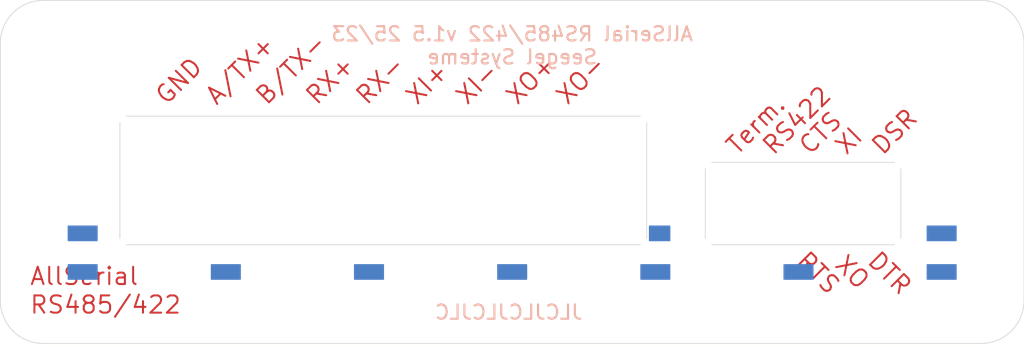
<source format=kicad_pcb>
(kicad_pcb (version 20241229) (generator "pcbnew") (generator_version "9.0")
  (layers (0 "F.Cu" signal "Top") (2 "B.Cu" signal "Bottom") (13 "F.Paste" user) (15 "B.Paste" user) (5 "F.SilkS" user "F.Silkscreen") (7 "B.SilkS" user "B.Silkscreen") (1 "F.Mask" user) (3 "B.Mask" user) (25 "Edge.Cuts" user))
  (net 0 "")
  (footprint "AllSerial_Front:Jumper_254_2x05_Front" (layer "F.Cu") (at 168.8211 117.0036)
    (property "Reference" "E$3" (hide yes))
    (property "Value" "" (hide yes))
    (fp_line (start -6.83 -12.26) (end -6.83 -7.2) (stroke (width 0.05)) (layer "Edge.Cuts"))
    (fp_line (start -6.43 -6.9) (end 6.43 -6.9) (stroke (width 0.05)) (layer "Edge.Cuts"))
    (fp_line (start 6.43 -12.66) (end -6.43 -12.66) (stroke (width 0.05)) (layer "Edge.Cuts"))
    (fp_line (start 6.83 -7.2) (end 6.83 -12.26) (stroke (width 0.05)) (layer "Edge.Cuts"))
    (fp_arc (start -6.83 -12.26) (mid -6.712843 -12.542843) (end -6.43 -12.66) (stroke (width 0.05)) (layer "Edge.Cuts"))
    (fp_arc (start -6.43 -6.9) (mid -6.692132 -6.967157) (end -6.83 -7.2) (stroke (width 0.05)) (layer "Edge.Cuts"))
    (fp_arc (start 6.43 -12.66) (mid 6.712843 -12.542843) (end 6.83 -12.26) (stroke (width 0.05)) (layer "Edge.Cuts"))
    (fp_arc (start 6.829999 -7.199999) (mid 6.671906 -6.994124) (end 6.43 -6.9) (stroke (width 0.05)) (layer "Edge.Cuts"))
    (pad "" np_thru_hole circle (at -6.63 -12.46) (size 0.6 0.6) (drill 0.6) (layers "*.Cu" "*.Mask"))
    (pad "" np_thru_hole circle (at -6.63 -7.1) (size 0.6 0.6) (drill 0.6) (layers "*.Cu" "*.Mask"))
    (pad "" np_thru_hole circle (at 6.63 -12.46) (size 0.6 0.6) (drill 0.6) (layers "*.Cu" "*.Mask"))
    (pad "" np_thru_hole circle (at 6.63 -7.1) (size 0.6 0.6) (drill 0.6) (layers "*.Cu" "*.Mask"))
  )
  (footprint "AllSerial_Front:Frontpanel_2_Holes" (layer "F.Cu") (at 148.5011 117.0036)
    (property "Reference" "E$1" (hide yes))
    (property "Value" "" (hide yes))
    (fp_rect (start -31 -8.2) (end -29 -7.2) (stroke (width 0.1)) (fill yes) (layer "B.Cu"))
    (fp_rect (start -31 -5.5) (end -29 -4.5) (stroke (width 0.1)) (fill yes) (layer "B.Cu"))
    (fp_rect (start -21 -5.5) (end -19 -4.5) (stroke (width 0.1)) (fill yes) (layer "B.Cu"))
    (fp_rect (start -11 -5.5) (end -9 -4.5) (stroke (width 0.1)) (fill yes) (layer "B.Cu"))
    (fp_rect (start -1 -5.5) (end 1 -4.5) (stroke (width 0.1)) (fill yes) (layer "B.Cu"))
    (fp_rect (start 9 -5.5) (end 11 -4.5) (stroke (width 0.1)) (fill yes) (layer "B.Cu"))
    (fp_rect (start 9.6 -8.2) (end 11 -7.2) (stroke (width 0.1)) (fill yes) (layer "B.Cu"))
    (fp_rect (start 19 -5.5) (end 21 -4.5) (stroke (width 0.1)) (fill yes) (layer "B.Cu"))
    (fp_rect (start 29 -8.2) (end 31 -7.2) (stroke (width 0.1)) (fill yes) (layer "B.Cu"))
    (fp_rect (start 29 -5.5) (end 31 -4.5) (stroke (width 0.1)) (fill yes) (layer "B.Cu"))
    (fp_line (start -35.75 -3) (end -35.75 -21) (stroke (width 0.05)) (layer "Edge.Cuts"))
    (fp_line (start -32.75 0) (end 32.75 0) (stroke (width 0.05)) (layer "Edge.Cuts"))
    (fp_line (start -32.749999 -24) (end 32.75 -24) (stroke (width 0.05)) (layer "Edge.Cuts"))
    (fp_line (start 35.75 -21) (end 35.75 -3) (stroke (width 0.05)) (layer "Edge.Cuts"))
    (fp_arc (start -35.75 -21) (mid -34.87132 -23.12132) (end -32.75 -24) (stroke (width 0.05)) (layer "Edge.Cuts"))
    (fp_arc (start -32.75 0) (mid -34.87132 -0.87868) (end -35.75 -3) (stroke (width 0.05)) (layer "Edge.Cuts"))
    (fp_arc (start 32.75 -24) (mid 34.87132 -23.12132) (end 35.75 -21) (stroke (width 0.05)) (layer "Edge.Cuts"))
    (fp_arc (start 35.75 -3) (mid 34.87132 -0.87868) (end 32.75 0) (stroke (width 0.05)) (layer "Edge.Cuts"))
    (fp_text user "AllSerial" (at -33.75 -4 0) (layer "F.Cu") (effects (font (size 1.2065 1.2065) (thickness 0.1397)) (justify left bottom)))
    (pad "" np_thru_hole circle (at -31.75 -12) (size 3.2 3.2) (drill 3.2) (layers "*.Cu" "*.Mask"))
    (pad "" np_thru_hole circle (at 31.75 -12) (size 3.2 3.2) (drill 3.2) (layers "*.Cu" "*.Mask"))
  )
  (footprint "AllSerial_Front:Metz_PT11310HBBN_182" (layer "F.Cu") (at 139.5011 117.0036)
    (property "Reference" "E$2" (hide yes))
    (property "Value" "" (hide yes))
    (fp_line (start -18.4 -15.7) (end -18.4 -7.2) (stroke (width 0.05)) (layer "Edge.Cuts"))
    (fp_line (start -18.2 -6.9) (end 18.2 -6.9) (stroke (width 0.05)) (layer "Edge.Cuts"))
    (fp_line (start 18.2 -15.9) (end -18.2 -15.9) (stroke (width 0.05)) (layer "Edge.Cuts"))
    (fp_line (start 18.4 -7.2) (end 18.4 -15.7) (stroke (width 0.05)) (layer "Edge.Cuts"))
    (fp_arc (start -18.4 -15.7) (mid -18.341421 -15.841421) (end -18.2 -15.9) (stroke (width 0.05)) (layer "Edge.Cuts"))
    (fp_arc (start -18.2 -6.9) (mid -18.362131 -7.008579) (end -18.4 -7.2) (stroke (width 0.05)) (layer "Edge.Cuts"))
    (fp_arc (start 18.2 -15.9) (mid 18.341421 -15.841421) (end 18.4 -15.7) (stroke (width 0.05)) (layer "Edge.Cuts"))
    (fp_arc (start 18.399999 -7.199999) (mid 18.341906 -7.022062) (end 18.2 -6.9) (stroke (width 0.05)) (layer "Edge.Cuts"))
    (pad "" np_thru_hole circle (at -18.2 -15.7) (size 0.6 0.6) (drill 0.6) (layers "*.Cu" "*.Mask"))
    (pad "" np_thru_hole circle (at -18.2 -7.1) (size 0.6 0.6) (drill 0.6) (layers "*.Cu" "*.Mask"))
    (pad "" np_thru_hole circle (at 18.2 -15.7) (size 0.6 0.6) (drill 0.6) (layers "*.Cu" "*.Mask"))
    (pad "" np_thru_hole circle (at 18.2 -7.1) (size 0.6 0.6) (drill 0.6) (layers "*.Cu" "*.Mask"))
  )
  (gr_text "DTR" (at 173.1271 111.3356 -45) (layer "F.Cu") (effects (font (size 1.2065 1.2065) (thickness 0.1397)) (justify left bottom)))
  (gr_text "RTS" (at 168.148 111.3356 -45) (layer "F.Cu") (effects (font (size 1.2065 1.2065) (thickness 0.1397)) (justify left bottom)))
  (gr_text "CTS" (at 168.8091 103.5036 45) (layer "F.Cu") (effects (font (size 1.2065 1.2065) (thickness 0.1397)) (justify left)))
  (gr_text "XO-" (at 151.8611 100.0036 45) (layer "F.Cu") (effects (font (size 1.2065 1.2065) (thickness 0.1397)) (justify left)))
  (gr_text "RX-" (at 137.8611 100.0036 45) (layer "F.Cu") (effects (font (size 1.2065 1.2065) (thickness 0.1397)) (justify left)))
  (gr_text "XI-" (at 144.8611 100.0036 45) (layer "F.Cu") (effects (font (size 1.2065 1.2065) (thickness 0.1397)) (justify left)))
  (gr_text "RS485/422" (at 114.7511 115.0036 0) (layer "F.Cu") (effects (font (size 1.2065 1.2065) (thickness 0.1397)) (justify left bottom)))
  (gr_text "XO+" (at 148.3611 100.0036 45) (layer "F.Cu") (effects (font (size 1.2065 1.2065) (thickness 0.1397)) (justify left)))
  (gr_text "XO" (at 170.8411 111.5896 -45) (layer "F.Cu") (effects (font (size 1.2065 1.2065) (thickness 0.1397)) (justify left bottom)))
  (gr_text "Term." (at 163.7291 103.5036 45) (layer "F.Cu") (effects (font (size 1.2065 1.2065) (thickness 0.1397)) (justify left)))
  (gr_text "B/TX-" (at 130.8611 100.0036 45) (layer "F.Cu") (effects (font (size 1.2065 1.2065) (thickness 0.1397)) (justify left)))
  (gr_text "RX+" (at 134.3611 100.0036 45) (layer "F.Cu") (effects (font (size 1.2065 1.2065) (thickness 0.1397)) (justify left)))
  (gr_text "DSR" (at 173.8891 103.5036 45) (layer "F.Cu") (effects (font (size 1.2065 1.2065) (thickness 0.1397)) (justify left)))
  (gr_text "GND" (at 123.8611 100.0036 45) (layer "F.Cu") (effects (font (size 1.2065 1.2065) (thickness 0.1397)) (justify left)))
  (gr_text "XI+" (at 141.3611 100.0036 45) (layer "F.Cu") (effects (font (size 1.2065 1.2065) (thickness 0.1397)) (justify left)))
  (gr_text "XI" (at 171.3491 103.5036 45) (layer "F.Cu") (effects (font (size 1.2065 1.2065) (thickness 0.1397)) (justify left)))
  (gr_text "A/TX+" (at 127.3611 100.0036 45) (layer "F.Cu") (effects (font (size 1.2065 1.2065) (thickness 0.1397)) (justify left)))
  (gr_text "RS422" (at 166.2691 103.5036 45) (layer "F.Cu") (effects (font (size 1.2065 1.2065) (thickness 0.1397)) (justify left)))
  (gr_text "AllSerial RS485/422 v1.5 25/23\nSeegel Systeme" (at 148.5 97.55 0) (layer "B.SilkS") (effects (font (size 1 1)) (justify bottom mirror)))
  (gr_text "JLCJLCJLCJLC" (at 153.5011 115.4036 0) (layer "B.SilkS") (effects (font (size 1 1)) (justify left bottom mirror)))
)
</source>
